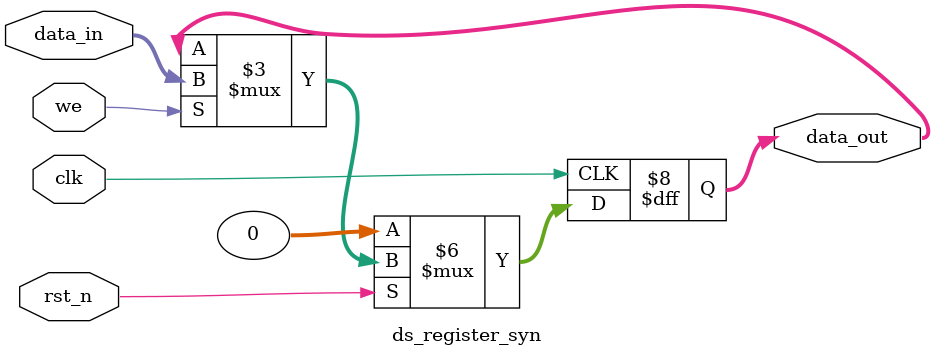
<source format=v>

module ds_register_syn
( data_in,
  data_out,
  we,
  clk,
  rst_n
);

parameter WIDTH = 32; // default parameter of the register width
parameter RESET_VALUE = 0;

input [WIDTH-1:0] data_in;
input             we;
input             clk;
input             rst_n;

output [WIDTH-1:0] data_out;
reg    [WIDTH-1:0] data_out;

always @ (posedge clk)
begin
  if (!rst_n)                       // synchronous reset
    data_out<=#1 RESET_VALUE;
  else if (we)                        // write
    data_out<=#1 data_in;
end



endmodule

</source>
